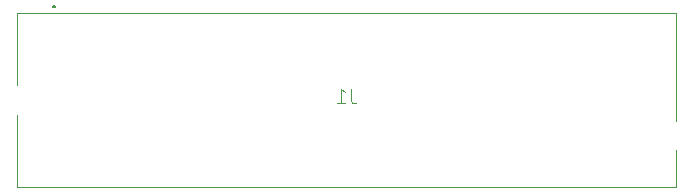
<source format=gbr>
G04 EAGLE Gerber RS-274X export*
G75*
%MOMM*%
%FSLAX34Y34*%
%LPD*%
%INSilkscreen Bottom*%
%IPPOS*%
%AMOC8*
5,1,8,0,0,1.08239X$1,22.5*%
G01*
%ADD10C,0.100000*%
%ADD11C,0.100000*%
%ADD12C,0.200000*%
%ADD13C,0.200000*%
%ADD14C,0.101600*%


D10*
X808400Y89000D03*
D11*
X808400Y179900D01*
D10*
X808400Y179900D03*
D11*
X808400Y89000D01*
X808400Y179900D02*
X250600Y179900D01*
D10*
X250600Y179900D03*
D11*
X808400Y179900D01*
D10*
X808400Y179900D03*
X250600Y179900D03*
D11*
X250600Y119000D01*
D10*
X250600Y119000D03*
D11*
X250600Y179900D01*
D10*
X250600Y94000D03*
D11*
X250600Y33100D01*
D10*
X250600Y33100D03*
D11*
X250600Y94000D01*
X250600Y33100D02*
X808400Y33100D01*
D10*
X808400Y33100D03*
D11*
X250600Y33100D01*
D10*
X250600Y33100D03*
X808400Y33100D03*
D11*
X808400Y64000D01*
D10*
X808400Y64000D03*
D11*
X808400Y33100D01*
D12*
X281850Y186500D03*
D13*
X281894Y186498D01*
X281937Y186492D01*
X281979Y186483D01*
X282021Y186470D01*
X282061Y186453D01*
X282100Y186433D01*
X282137Y186410D01*
X282171Y186383D01*
X282204Y186354D01*
X282233Y186321D01*
X282260Y186287D01*
X282283Y186250D01*
X282303Y186211D01*
X282320Y186171D01*
X282333Y186129D01*
X282342Y186087D01*
X282348Y186044D01*
X282350Y186000D01*
X282348Y185956D01*
X282342Y185913D01*
X282333Y185871D01*
X282320Y185829D01*
X282303Y185789D01*
X282283Y185750D01*
X282260Y185713D01*
X282233Y185679D01*
X282204Y185646D01*
X282171Y185617D01*
X282137Y185590D01*
X282100Y185567D01*
X282061Y185547D01*
X282021Y185530D01*
X281979Y185517D01*
X281937Y185508D01*
X281894Y185502D01*
X281850Y185500D01*
D12*
X281850Y185500D03*
D13*
X281806Y185502D01*
X281763Y185508D01*
X281721Y185517D01*
X281679Y185530D01*
X281639Y185547D01*
X281600Y185567D01*
X281563Y185590D01*
X281529Y185617D01*
X281496Y185646D01*
X281467Y185679D01*
X281440Y185713D01*
X281417Y185750D01*
X281397Y185789D01*
X281380Y185829D01*
X281367Y185871D01*
X281358Y185913D01*
X281352Y185956D01*
X281350Y186000D01*
X281352Y186044D01*
X281358Y186087D01*
X281367Y186129D01*
X281380Y186171D01*
X281397Y186211D01*
X281417Y186250D01*
X281440Y186287D01*
X281467Y186321D01*
X281496Y186354D01*
X281529Y186383D01*
X281563Y186410D01*
X281600Y186433D01*
X281639Y186453D01*
X281679Y186470D01*
X281721Y186483D01*
X281763Y186492D01*
X281806Y186498D01*
X281850Y186500D01*
D12*
X281850Y186500D03*
D13*
X281894Y186498D01*
X281937Y186492D01*
X281979Y186483D01*
X282021Y186470D01*
X282061Y186453D01*
X282100Y186433D01*
X282137Y186410D01*
X282171Y186383D01*
X282204Y186354D01*
X282233Y186321D01*
X282260Y186287D01*
X282283Y186250D01*
X282303Y186211D01*
X282320Y186171D01*
X282333Y186129D01*
X282342Y186087D01*
X282348Y186044D01*
X282350Y186000D01*
X282348Y185956D01*
X282342Y185913D01*
X282333Y185871D01*
X282320Y185829D01*
X282303Y185789D01*
X282283Y185750D01*
X282260Y185713D01*
X282233Y185679D01*
X282204Y185646D01*
X282171Y185617D01*
X282137Y185590D01*
X282100Y185567D01*
X282061Y185547D01*
X282021Y185530D01*
X281979Y185517D01*
X281937Y185508D01*
X281894Y185502D01*
X281850Y185500D01*
D14*
X533435Y115642D02*
X533435Y106554D01*
X533437Y106455D01*
X533443Y106355D01*
X533452Y106256D01*
X533465Y106158D01*
X533482Y106060D01*
X533503Y105962D01*
X533528Y105866D01*
X533556Y105771D01*
X533588Y105677D01*
X533623Y105584D01*
X533662Y105492D01*
X533705Y105402D01*
X533750Y105314D01*
X533800Y105227D01*
X533852Y105143D01*
X533908Y105060D01*
X533966Y104980D01*
X534028Y104902D01*
X534093Y104827D01*
X534161Y104754D01*
X534231Y104684D01*
X534304Y104616D01*
X534379Y104551D01*
X534457Y104489D01*
X534537Y104431D01*
X534620Y104375D01*
X534704Y104323D01*
X534791Y104273D01*
X534879Y104228D01*
X534969Y104185D01*
X535061Y104146D01*
X535154Y104111D01*
X535248Y104079D01*
X535343Y104051D01*
X535439Y104026D01*
X535537Y104005D01*
X535635Y103988D01*
X535733Y103975D01*
X535832Y103966D01*
X535932Y103960D01*
X536031Y103958D01*
X537330Y103958D01*
X528162Y113046D02*
X524916Y115642D01*
X524916Y103958D01*
X528162Y103958D02*
X521670Y103958D01*
M02*

</source>
